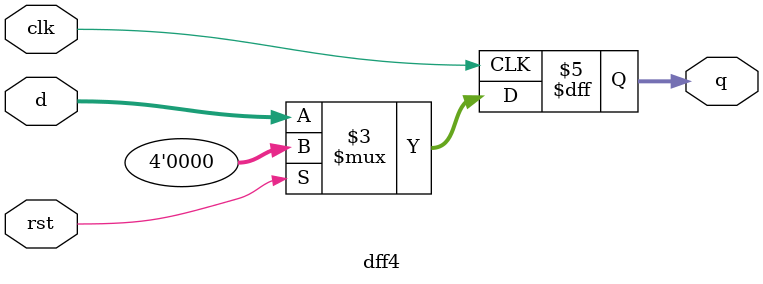
<source format=v>
`timescale 1ns / 1ps


module dff32(
input wire clk,rst,
input wire [31:0] d,
output reg[31:0]q
    );
    always @(posedge clk)begin
        if(rst) q <= 32'h0000_0000;
        else q <= d;
    end
endmodule

module dff5(
input wire clk,rst,
input wire [4:0] d,
output reg[4:0]q
    );
    always @(posedge clk)begin
        if(rst) q <= 5'b0_0000;
        else q <= d;
    end
endmodule

module dff1(
input wire clk,rst,
input wire  d,
output reg q
    );
    always @(posedge clk)begin
        if(rst) q <= 1'b0;
        else q <= d;
    end
endmodule

module dff4(
input wire clk,rst,
input wire [3:0] d,
output reg [3:0]q
    );
    always @(posedge clk)begin
        if(rst) q <= 4'b0000;
        else q <= d;
    end
endmodule

</source>
